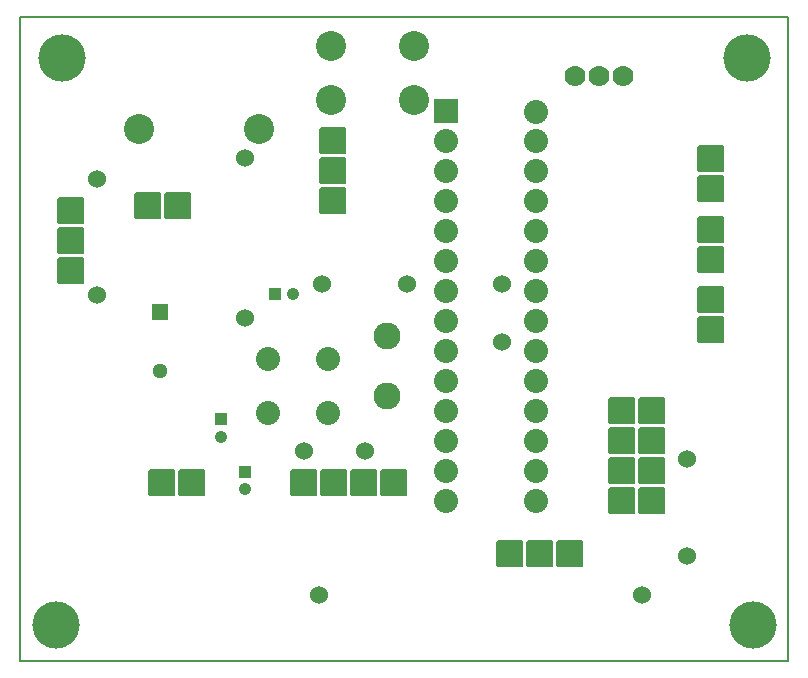
<source format=gbr>
G04 PROTEUS RS274X GERBER FILE*
%FSLAX45Y45*%
%MOMM*%
G01*
%ADD20C,1.524000*%
%AMPPAD022*
4,1,36,
-1.143000,-1.016000,
-1.143000,1.016000,
-1.140470,1.041970,
-1.133200,1.065980,
-1.121650,1.087580,
-1.106290,1.106290,
-1.087570,1.121650,
-1.065980,1.133200,
-1.041970,1.140470,
-1.016000,1.143000,
1.016000,1.143000,
1.041970,1.140470,
1.065980,1.133200,
1.087570,1.121650,
1.106290,1.106290,
1.121650,1.087580,
1.133200,1.065980,
1.140470,1.041970,
1.143000,1.016000,
1.143000,-1.016000,
1.140470,-1.041970,
1.133200,-1.065980,
1.121650,-1.087580,
1.106290,-1.106290,
1.087570,-1.121650,
1.065980,-1.133200,
1.041970,-1.140470,
1.016000,-1.143000,
-1.016000,-1.143000,
-1.041970,-1.140470,
-1.065980,-1.133200,
-1.087570,-1.121650,
-1.106290,-1.106290,
-1.121650,-1.087580,
-1.133200,-1.065980,
-1.140470,-1.041970,
-1.143000,-1.016000,
0*%
%ADD72PPAD022*%
%AMPPAD023*
4,1,4,
0.640000,0.640000,
0.640000,-0.640000,
-0.640000,-0.640000,
-0.640000,0.640000,
0.640000,0.640000,
0*%
%ADD73PPAD023*%
%ADD15C,1.280000*%
%AMPPAD024*
4,1,4,
0.525000,0.525000,
0.525000,-0.525000,
-0.525000,-0.525000,
-0.525000,0.525000,
0.525000,0.525000,
0*%
%ADD30PPAD024*%
%ADD17C,1.050000*%
%ADD31C,2.540000*%
%AMPPAD026*
4,1,36,
-1.016000,1.143000,
1.016000,1.143000,
1.041970,1.140470,
1.065980,1.133200,
1.087580,1.121650,
1.106290,1.106290,
1.121650,1.087570,
1.133200,1.065980,
1.140470,1.041970,
1.143000,1.016000,
1.143000,-1.016000,
1.140470,-1.041970,
1.133200,-1.065980,
1.121650,-1.087570,
1.106290,-1.106290,
1.087580,-1.121650,
1.065980,-1.133200,
1.041970,-1.140470,
1.016000,-1.143000,
-1.016000,-1.143000,
-1.041970,-1.140470,
-1.065980,-1.133200,
-1.087580,-1.121650,
-1.106290,-1.106290,
-1.121650,-1.087570,
-1.133200,-1.065980,
-1.140470,-1.041970,
-1.143000,-1.016000,
-1.143000,1.016000,
-1.140470,1.041970,
-1.133200,1.065980,
-1.121650,1.087570,
-1.106290,1.106290,
-1.087580,1.121650,
-1.065980,1.133200,
-1.041970,1.140470,
-1.016000,1.143000,
0*%
%ADD32PPAD026*%
%AMPPAD027*
4,1,36,
-0.889000,1.016000,
0.889000,1.016000,
0.914970,1.013470,
0.938980,1.006200,
0.960580,0.994650,
0.979290,0.979290,
0.994650,0.960570,
1.006200,0.938980,
1.013470,0.914970,
1.016000,0.889000,
1.016000,-0.889000,
1.013470,-0.914970,
1.006200,-0.938980,
0.994650,-0.960570,
0.979290,-0.979290,
0.960580,-0.994650,
0.938980,-1.006200,
0.914970,-1.013470,
0.889000,-1.016000,
-0.889000,-1.016000,
-0.914970,-1.013470,
-0.938980,-1.006200,
-0.960580,-0.994650,
-0.979290,-0.979290,
-0.994650,-0.960570,
-1.006200,-0.938980,
-1.013470,-0.914970,
-1.016000,-0.889000,
-1.016000,0.889000,
-1.013470,0.914970,
-1.006200,0.938980,
-0.994650,0.960570,
-0.979290,0.979290,
-0.960580,0.994650,
-0.938980,1.006200,
-0.914970,1.013470,
-0.889000,1.016000,
0*%
%ADD33PPAD027*%
%ADD71C,2.032000*%
%ADD18C,2.286000*%
%ADD70C,1.778000*%
%ADD21C,4.000000*%
%ADD22C,0.203200*%
D20*
X+2467244Y+1828775D03*
X+2983438Y+1824678D03*
X+5715247Y+1758784D03*
X+5713416Y+932873D03*
X+4151154Y+2751649D03*
X+4149318Y+3238344D03*
X+3339895Y+3238553D03*
X+2622764Y+3238553D03*
X+1972338Y+4309630D03*
X+1968104Y+2954964D03*
X+2595513Y+605062D03*
X+5330246Y+605062D03*
X+716646Y+3149198D03*
X+716646Y+4131331D03*
D72*
X+500569Y+3346000D03*
X+500569Y+3600000D03*
X+500569Y+3854000D03*
D73*
X+1250569Y+3000000D03*
D15*
X+1250569Y+2500000D03*
D30*
X+1765569Y+2095000D03*
D17*
X+1765569Y+1945000D03*
D31*
X+2086569Y+4550000D03*
X+1070569Y+4550000D03*
D32*
X+1266569Y+1550000D03*
X+1520569Y+1550000D03*
X+1150569Y+3900000D03*
X+1404569Y+3900000D03*
D30*
X+2225569Y+3150000D03*
D17*
X+2375569Y+3150000D03*
D30*
X+1970569Y+1650000D03*
D17*
X+1970569Y+1500000D03*
D33*
X+3670569Y+4700000D03*
D71*
X+3670569Y+4446000D03*
X+3670569Y+4192000D03*
X+3670569Y+3938000D03*
X+3670569Y+3684000D03*
X+3670569Y+3430000D03*
X+3670569Y+3176000D03*
X+3670569Y+2922000D03*
X+3670569Y+2668000D03*
X+3670569Y+2414000D03*
X+3670569Y+2160000D03*
X+3670569Y+1906000D03*
X+3670569Y+1652000D03*
X+3670569Y+1398000D03*
X+4432569Y+1398000D03*
X+4432569Y+1652000D03*
X+4432569Y+1906000D03*
X+4432569Y+2160000D03*
X+4432569Y+2414000D03*
X+4432569Y+2668000D03*
X+4432569Y+2922000D03*
X+4432569Y+3176000D03*
X+4432569Y+3430000D03*
X+4432569Y+3684000D03*
X+4432569Y+3938000D03*
X+4432569Y+4192000D03*
X+4432569Y+4446000D03*
X+4432569Y+4698000D03*
D18*
X+3170569Y+2800000D03*
X+3170569Y+2292000D03*
D71*
X+2678569Y+2600000D03*
X+2170569Y+2600000D03*
X+2670569Y+2150000D03*
X+2162569Y+2150000D03*
D70*
X+4767369Y+5000000D03*
X+4970569Y+5000000D03*
X+5173769Y+5000000D03*
D72*
X+5920569Y+3100000D03*
X+5920569Y+2846000D03*
X+5920569Y+3700000D03*
X+5920569Y+3446000D03*
X+5920569Y+4300000D03*
X+5920569Y+4046000D03*
X+5420569Y+1400000D03*
X+5420569Y+1654000D03*
X+5420569Y+1908000D03*
X+5420569Y+2162000D03*
X+5166569Y+2162000D03*
X+5166569Y+1908000D03*
X+5166569Y+1654000D03*
X+5166569Y+1400000D03*
X+2720569Y+4450000D03*
X+2720569Y+4196000D03*
X+2720569Y+3942000D03*
D32*
X+3232569Y+1550000D03*
X+2978569Y+1550000D03*
X+2724569Y+1550000D03*
X+2470569Y+1550000D03*
X+4720569Y+950000D03*
X+4466569Y+950000D03*
X+4212569Y+950000D03*
D21*
X+420569Y+5150000D03*
X+6220569Y+5150000D03*
X+6270569Y+350000D03*
X+370569Y+350000D03*
D31*
X+2700000Y+5250000D03*
X+3400000Y+5250000D03*
X+2700000Y+4800000D03*
X+3400000Y+4800000D03*
D22*
X+70569Y+50000D02*
X+6570569Y+50000D01*
X+6570569Y+5500000D01*
X+70569Y+5500000D01*
X+70569Y+50000D01*
M02*

</source>
